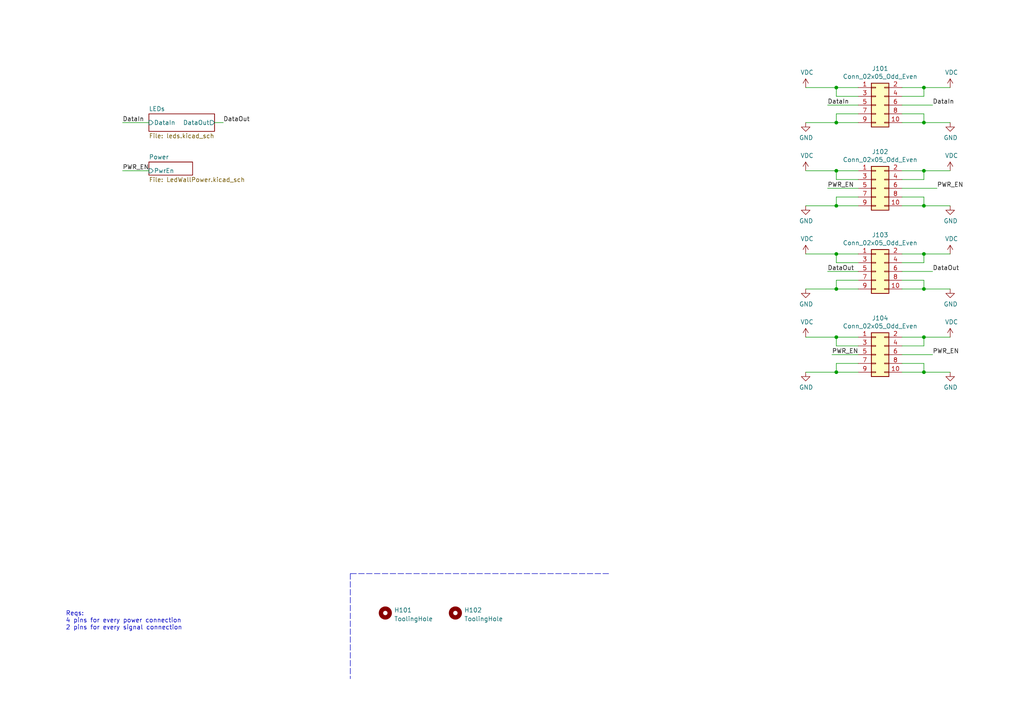
<source format=kicad_sch>
(kicad_sch (version 20211123) (generator eeschema)
  (paper "A4")
  (lib_symbols
    (symbol "Connector_Generic:Conn_02x05_Odd_Even" (pin_names (offset 1.016) hide)
      (property "Reference" "J" (at 1.27 7.62 0))
      (property "Value" "Conn_02x05_Odd_Even" (at 1.27 -7.62 0))
      (symbol "Conn_02x05_Odd_Even_1_1"
        (rectangle (start -1.27 -4.953) (end 0 -5.207) (stroke (width 0.1524)))
        (rectangle (start -1.27 -2.413) (end 0 -2.667) (stroke (width 0.1524)))
        (rectangle (start -1.27 0.127) (end 0 -0.127) (stroke (width 0.1524)))
        (rectangle (start -1.27 2.667) (end 0 2.413) (stroke (width 0.1524)))
        (rectangle (start -1.27 5.207) (end 0 4.953) (stroke (width 0.1524)))
        (rectangle (start -1.27 6.35) (end 3.81 -6.35) (stroke (width 0.254)) (fill (type background)))
        (rectangle (start 3.81 -4.953) (end 2.54 -5.207) (stroke (width 0.1524)))
        (rectangle (start 3.81 -2.413) (end 2.54 -2.667) (stroke (width 0.1524)))
        (rectangle (start 3.81 0.127) (end 2.54 -0.127) (stroke (width 0.1524)))
        (rectangle (start 3.81 2.667) (end 2.54 2.413) (stroke (width 0.1524)))
        (rectangle (start 3.81 5.207) (end 2.54 4.953) (stroke (width 0.1524)))
        (pin passive line (at -5.08 5.08 0) (length 3.81) (name "Pin_1") (number "1"))
        (pin passive line (at 7.62 -5.08 180) (length 3.81) (name "Pin_10") (number "10"))
        (pin passive line (at 7.62 5.08 180) (length 3.81) (name "Pin_2") (number "2"))
        (pin passive line (at -5.08 2.54 0) (length 3.81) (name "Pin_3") (number "3"))
        (pin passive line (at 7.62 2.54 180) (length 3.81) (name "Pin_4") (number "4"))
        (pin passive line (at -5.08 0 0) (length 3.81) (name "Pin_5") (number "5"))
        (pin passive line (at 7.62 0 180) (length 3.81) (name "Pin_6") (number "6"))
        (pin passive line (at -5.08 -2.54 0) (length 3.81) (name "Pin_7") (number "7"))
        (pin passive line (at 7.62 -2.54 180) (length 3.81) (name "Pin_8") (number "8"))
        (pin passive line (at -5.08 -5.08 0) (length 3.81) (name "Pin_9") (number "9"))
      )
    )
    (symbol "Mechanical:MountingHole" (pin_names (offset 1.016))
      (property "Reference" "H" (at 0 5.08 0))
      (property "Value" "MountingHole" (at 0 3.175 0))
      (symbol "MountingHole_0_1"
        (circle (center 0 0) (radius 1.27) (stroke (width 1.27)))
      )
    )
    (symbol "power:GND" (power) (pin_names (offset 0))
      (property "Value" "GND" (at 0 -3.81 0))
      (symbol "GND_0_1"
        (polyline (pts (xy 0 0) (xy 0 -1.27) (xy 1.27 -1.27) (xy 0 -2.54) (xy -1.27 -1.27) (xy 0 -1.27)))
      )
      (symbol "GND_1_1"
        (pin power_in line (at 0 0 270) (length 0) hide (name "GND") (number "1"))
      )
    )
    (symbol "power:VDC" (power) (pin_names (offset 0))
      (property "Value" "VDC" (at 0 6.35 0))
      (symbol "VDC_0_1"
        (polyline (pts (xy -0.762 1.27) (xy 0 2.54)))
        (polyline (pts (xy 0 0) (xy 0 2.54)))
        (polyline (pts (xy 0 2.54) (xy 0.762 1.27)))
      )
      (symbol "VDC_1_1"
        (pin power_in line (at 0 0 90) (length 0) hide (name "VDC") (number "1"))
      )
    )
  )
  (junction (at 267.97 49.53))
  (junction (at 267.97 73.66))
  (junction (at 242.57 97.79))
  (junction (at 242.57 59.69))
  (junction (at 242.57 25.4))
  (junction (at 242.57 83.82))
  (junction (at 242.57 49.53))
  (junction (at 267.97 59.69))
  (junction (at 242.57 107.95))
  (junction (at 242.57 35.56))
  (junction (at 267.97 35.56))
  (junction (at 242.57 73.66))
  (junction (at 267.97 25.4))
  (junction (at 267.97 107.95))
  (junction (at 267.97 83.82))
  (junction (at 267.97 97.79))
  (wire (pts (xy 248.92 27.94) (xy 242.57 27.94)))
  (wire (pts (xy 261.62 25.4) (xy 267.97 25.4)))
  (wire (pts (xy 242.57 57.15) (xy 242.57 59.69)))
  (wire (pts (xy 267.97 49.53) (xy 275.59 49.53)))
  (wire (pts (xy 242.57 107.95) (xy 248.92 107.95)))
  (polyline (pts (xy 176.53 166.37) (xy 101.6 166.37)))
  (wire (pts (xy 261.62 33.02) (xy 267.97 33.02)))
  (wire (pts (xy 267.97 27.94) (xy 267.97 25.4)))
  (wire (pts (xy 261.62 27.94) (xy 267.97 27.94)))
  (wire (pts (xy 242.57 35.56) (xy 248.92 35.56)))
  (wire (pts (xy 261.62 105.41) (xy 267.97 105.41)))
  (wire (pts (xy 242.57 27.94) (xy 242.57 25.4)))
  (wire (pts (xy 267.97 73.66) (xy 275.59 73.66)))
  (wire (pts (xy 248.92 30.48) (xy 240.03 30.48)))
  (wire (pts (xy 242.57 25.4) (xy 233.68 25.4)))
  (wire (pts (xy 233.68 107.95) (xy 242.57 107.95)))
  (wire (pts (xy 267.97 59.69) (xy 275.59 59.69)))
  (wire (pts (xy 242.57 73.66) (xy 233.68 73.66)))
  (wire (pts (xy 242.57 100.33) (xy 242.57 97.79)))
  (polyline (pts (xy 101.6 166.37) (xy 101.6 196.85)))
  (wire (pts (xy 267.97 105.41) (xy 267.97 107.95)))
  (wire (pts (xy 242.57 97.79) (xy 233.68 97.79)))
  (wire (pts (xy 261.62 97.79) (xy 267.97 97.79)))
  (wire (pts (xy 261.62 57.15) (xy 267.97 57.15)))
  (wire (pts (xy 248.92 54.61) (xy 240.03 54.61)))
  (wire (pts (xy 261.62 76.2) (xy 267.97 76.2)))
  (wire (pts (xy 248.92 81.28) (xy 242.57 81.28)))
  (wire (pts (xy 233.68 83.82) (xy 242.57 83.82)))
  (wire (pts (xy 35.56 49.53) (xy 43.18 49.53)))
  (wire (pts (xy 242.57 52.07) (xy 242.57 49.53)))
  (wire (pts (xy 248.92 52.07) (xy 242.57 52.07)))
  (wire (pts (xy 267.97 83.82) (xy 261.62 83.82)))
  (wire (pts (xy 267.97 83.82) (xy 275.59 83.82)))
  (wire (pts (xy 267.97 97.79) (xy 275.59 97.79)))
  (wire (pts (xy 248.92 105.41) (xy 242.57 105.41)))
  (wire (pts (xy 267.97 35.56) (xy 275.59 35.56)))
  (wire (pts (xy 261.62 73.66) (xy 267.97 73.66)))
  (wire (pts (xy 261.62 78.74) (xy 270.51 78.74)))
  (wire (pts (xy 267.97 81.28) (xy 267.97 83.82)))
  (wire (pts (xy 267.97 76.2) (xy 267.97 73.66)))
  (wire (pts (xy 248.92 25.4) (xy 242.57 25.4)))
  (wire (pts (xy 261.62 49.53) (xy 267.97 49.53)))
  (wire (pts (xy 35.56 35.56) (xy 43.18 35.56)))
  (wire (pts (xy 248.92 102.87) (xy 241.3 102.87)))
  (wire (pts (xy 248.92 97.79) (xy 242.57 97.79)))
  (wire (pts (xy 242.57 49.53) (xy 233.68 49.53)))
  (wire (pts (xy 242.57 33.02) (xy 242.57 35.56)))
  (wire (pts (xy 233.68 59.69) (xy 242.57 59.69)))
  (wire (pts (xy 248.92 78.74) (xy 240.03 78.74)))
  (wire (pts (xy 248.92 33.02) (xy 242.57 33.02)))
  (wire (pts (xy 242.57 105.41) (xy 242.57 107.95)))
  (wire (pts (xy 267.97 33.02) (xy 267.97 35.56)))
  (wire (pts (xy 261.62 52.07) (xy 267.97 52.07)))
  (wire (pts (xy 267.97 107.95) (xy 261.62 107.95)))
  (wire (pts (xy 267.97 52.07) (xy 267.97 49.53)))
  (wire (pts (xy 267.97 57.15) (xy 267.97 59.69)))
  (wire (pts (xy 248.92 49.53) (xy 242.57 49.53)))
  (wire (pts (xy 267.97 107.95) (xy 275.59 107.95)))
  (wire (pts (xy 267.97 25.4) (xy 275.59 25.4)))
  (wire (pts (xy 267.97 59.69) (xy 261.62 59.69)))
  (wire (pts (xy 242.57 81.28) (xy 242.57 83.82)))
  (wire (pts (xy 242.57 59.69) (xy 248.92 59.69)))
  (wire (pts (xy 248.92 73.66) (xy 242.57 73.66)))
  (wire (pts (xy 261.62 30.48) (xy 270.51 30.48)))
  (wire (pts (xy 233.68 35.56) (xy 242.57 35.56)))
  (wire (pts (xy 242.57 76.2) (xy 242.57 73.66)))
  (wire (pts (xy 261.62 81.28) (xy 267.97 81.28)))
  (wire (pts (xy 242.57 83.82) (xy 248.92 83.82)))
  (wire (pts (xy 248.92 76.2) (xy 242.57 76.2)))
  (wire (pts (xy 261.62 102.87) (xy 270.51 102.87)))
  (wire (pts (xy 261.62 100.33) (xy 267.97 100.33)))
  (wire (pts (xy 267.97 100.33) (xy 267.97 97.79)))
  (wire (pts (xy 261.62 54.61) (xy 271.78 54.61)))
  (wire (pts (xy 248.92 57.15) (xy 242.57 57.15)))
  (wire (pts (xy 248.92 100.33) (xy 242.57 100.33)))
  (wire (pts (xy 62.23 35.56) (xy 64.77 35.56)))
  (wire (pts (xy 267.97 35.56) (xy 261.62 35.56)))
  (text "Reqs:\n4 pins for every power connection\n2 pins for every signal connection" (at 19.05 182.88 0) (effects (font (size 1.27 1.27)) (justify left bottom)))
  (label "DataOut" (at 270.51 78.74 0))
  (label "PWR_EN" (at 271.78 54.61 0))
  (label "DataIn" (at 35.56 35.56 0))
  (label "DataIn" (at 270.51 30.48 0))
  (label "PWR_EN" (at 241.3 102.87 0))
  (label "DataOut" (at 240.03 78.74 0))
  (label "PWR_EN" (at 240.03 54.61 0))
  (label "PWR_EN" (at 270.51 102.87 0))
  (label "DataOut" (at 64.77 35.56 0))
  (label "PWR_EN" (at 35.56 49.53 0))
  (label "DataIn" (at 240.03 30.48 0))
  (symbol (lib_id "Connector_Generic:Conn_02x05_Odd_Even") (at 254 30.48 0) (unit 1)
    (property "Reference" "J101" (at 255.27 19.8882 0))
    (property "Value" "Conn_02x05_Odd_Even" (at 255.27 22.1996 0))
    (property "Footprint" "Connector_PinSocket_2.54mm:PinSocket_2x05_P2.54mm_Vertical" (effects hide))
    (property "LCSC" "C358738" (effects hide))
  )
  (symbol (lib_id "power:GND") (at 233.68 35.56 0) (unit 1)
    (property "Reference" "#PWR0103" (effects hide))
    (property "Value" "GND" (at 233.807 39.9542 0))
  )
  (symbol (lib_id "power:GND") (at 275.59 35.56 0) (unit 1)
    (property "Reference" "#PWR0104" (effects hide))
    (property "Value" "GND" (at 275.717 39.9542 0))
  )
  (symbol (lib_id "Connector_Generic:Conn_02x05_Odd_Even") (at 254 54.61 0) (unit 1)
    (property "Reference" "J102" (at 255.27 44.0182 0))
    (property "Value" "Conn_02x05_Odd_Even" (at 255.27 46.3296 0))
    (property "Footprint" "Connector_PinSocket_2.54mm:PinSocket_2x05_P2.54mm_Vertical" (effects hide))
    (property "LCSC" "C358738" (effects hide))
  )
  (symbol (lib_id "power:GND") (at 233.68 59.69 0) (unit 1)
    (property "Reference" "#PWR0107" (effects hide))
    (property "Value" "GND" (at 233.807 64.0842 0))
  )
  (symbol (lib_id "power:GND") (at 275.59 59.69 0) (unit 1)
    (property "Reference" "#PWR0108" (effects hide))
    (property "Value" "GND" (at 275.717 64.0842 0))
  )
  (symbol (lib_id "Connector_Generic:Conn_02x05_Odd_Even") (at 254 78.74 0) (unit 1)
    (property "Reference" "J103" (at 255.27 68.1482 0))
    (property "Value" "Conn_02x05_Odd_Even" (at 255.27 70.4596 0))
    (property "Footprint" "Connector_PinSocket_2.54mm:PinSocket_2x05_P2.54mm_Vertical" (effects hide))
    (property "LCSC" "C358738" (effects hide))
  )
  (symbol (lib_id "power:GND") (at 233.68 83.82 0) (unit 1)
    (property "Reference" "#PWR0111" (effects hide))
    (property "Value" "GND" (at 233.807 88.2142 0))
  )
  (symbol (lib_id "power:GND") (at 275.59 83.82 0) (unit 1)
    (property "Reference" "#PWR0112" (effects hide))
    (property "Value" "GND" (at 275.717 88.2142 0))
  )
  (symbol (lib_id "Connector_Generic:Conn_02x05_Odd_Even") (at 254 102.87 0) (unit 1)
    (property "Reference" "J104" (at 255.27 92.2782 0))
    (property "Value" "Conn_02x05_Odd_Even" (at 255.27 94.5896 0))
    (property "Footprint" "Connector_PinSocket_2.54mm:PinSocket_2x05_P2.54mm_Vertical" (effects hide))
    (property "LCSC" "C358738" (effects hide))
  )
  (symbol (lib_id "power:GND") (at 233.68 107.95 0) (unit 1)
    (property "Reference" "#PWR0115" (effects hide))
    (property "Value" "GND" (at 233.807 112.3442 0))
  )
  (symbol (lib_id "power:GND") (at 275.59 107.95 0) (unit 1)
    (property "Reference" "#PWR0116" (effects hide))
    (property "Value" "GND" (at 275.717 112.3442 0))
  )
  (symbol (lib_id "power:VDC") (at 233.68 97.79 0) (unit 1)
    (property "Reference" "#PWR0113" (effects hide))
    (property "Value" "VDC" (at 234.061 93.3958 0))
  )
  (symbol (lib_id "power:VDC") (at 275.59 97.79 0) (unit 1)
    (property "Reference" "#PWR0114" (effects hide))
    (property "Value" "VDC" (at 275.971 93.3958 0))
  )
  (symbol (lib_id "power:VDC") (at 275.59 73.66 0) (unit 1)
    (property "Reference" "#PWR0110" (effects hide))
    (property "Value" "VDC" (at 275.971 69.2658 0))
  )
  (symbol (lib_id "power:VDC") (at 233.68 73.66 0) (unit 1)
    (property "Reference" "#PWR0109" (effects hide))
    (property "Value" "VDC" (at 234.061 69.2658 0))
  )
  (symbol (lib_id "power:VDC") (at 233.68 49.53 0) (unit 1)
    (property "Reference" "#PWR0105" (effects hide))
    (property "Value" "VDC" (at 234.061 45.1358 0))
  )
  (symbol (lib_id "power:VDC") (at 275.59 49.53 0) (unit 1)
    (property "Reference" "#PWR0106" (effects hide))
    (property "Value" "VDC" (at 275.971 45.1358 0))
  )
  (symbol (lib_id "power:VDC") (at 275.59 25.4 0) (unit 1)
    (property "Reference" "#PWR0102" (effects hide))
    (property "Value" "VDC" (at 275.971 21.0058 0))
  )
  (symbol (lib_id "power:VDC") (at 233.68 25.4 0) (unit 1)
    (property "Reference" "#PWR0101" (effects hide))
    (property "Value" "VDC" (at 234.061 21.0058 0))
  )
  (symbol (lib_id "Mechanical:MountingHole") (at 132.08 177.8 0) (unit 1)
    (property "Reference" "H102" (at 134.62 176.9653 0) (effects (justify left)))
    (property "Value" "ToolingHole" (at 134.62 179.5022 0) (effects (justify left)))
    (property "Footprint" "JLC:JLC_toolinghole" (effects hide))
  )
  (symbol (lib_id "Mechanical:MountingHole") (at 111.76 177.8 270) (unit 1)
    (property "Reference" "H101" (at 114.3 176.9653 90) (effects (justify left)))
    (property "Value" "ToolingHole" (at 114.3 179.5022 90) (effects (justify left)))
    (property "Footprint" "JLC:JLC_toolinghole" (effects hide))
  )
  (sheet (at 43.18 46.99) (size 12.7 3.81)
    (property "Sheet name" "Power" (at 43.18 46.2784 0) (effects (justify left bottom)))
    (property "Sheet file" "LedWallPower.kicad_sch" (at 43.18 51.3846 0) (effects (justify left top)))
    (pin "PwrEn" input (at 43.18 49.53 180))
  )
  (sheet (at 43.18 33.02) (size 19.05 5.08) (stroke (width 0.1524))
    (property "Sheet name" "LEDs" (at 43.18 32.3084 0) (effects (justify left bottom)))
    (property "Sheet file" "leds.kicad_sch" (at 43.18 38.6846 0) (effects (justify left top)))
    (pin "DataIn" input (at 43.18 35.56 180))
    (pin "DataOut" output (at 62.23 35.56 0))
  )
)
</source>
